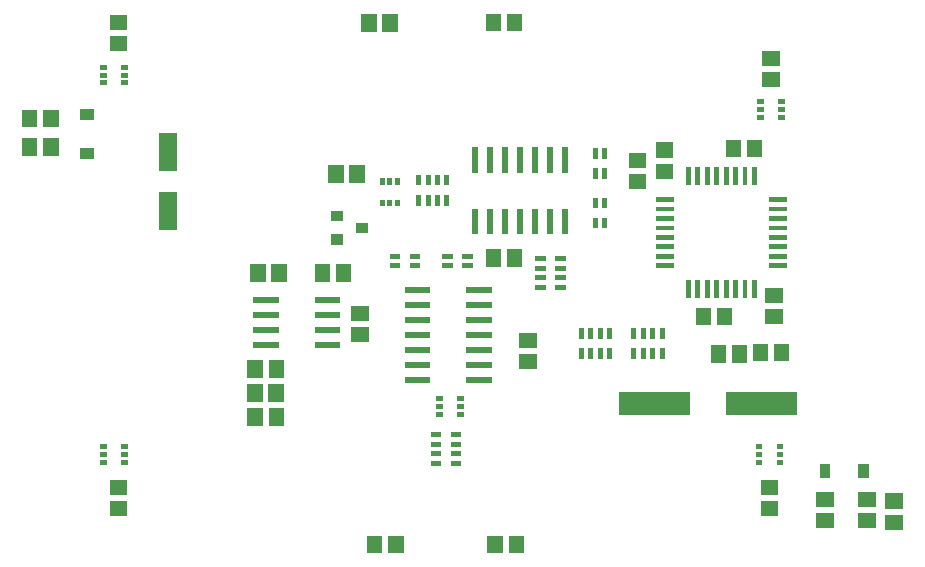
<source format=gbr>
G04 start of page 10 for group -4015 idx -4015 *
G04 Title: (unknown), toppaste *
G04 Creator: pcb 20140316 *
G04 CreationDate: Mon 20 Apr 2015 08:27:33 PM GMT UTC *
G04 For: ndholmes *
G04 Format: Gerber/RS-274X *
G04 PCB-Dimensions (mil): 3500.00 1900.00 *
G04 PCB-Coordinate-Origin: lower left *
%MOIN*%
%FSLAX25Y25*%
%LNTOPPASTE*%
%ADD114R,0.0787X0.0787*%
%ADD113R,0.0157X0.0157*%
%ADD112R,0.0360X0.0360*%
%ADD111R,0.0167X0.0167*%
%ADD110R,0.0200X0.0200*%
%ADD109R,0.0165X0.0165*%
%ADD108R,0.0340X0.0340*%
%ADD107R,0.0630X0.0630*%
%ADD106R,0.0512X0.0512*%
G54D106*X122607Y77957D02*X123393D01*
X122607Y85043D02*X123393D01*
X117500Y98893D02*Y98107D01*
X110414Y98893D02*Y98107D01*
G54D107*X59000Y141992D02*Y135693D01*
Y122307D02*Y116008D01*
G54D106*X96043Y98893D02*Y98107D01*
X88957Y98893D02*Y98107D01*
G54D108*X115200Y117500D02*X115800D01*
X115200Y109700D02*X115800D01*
X123400Y113600D02*X124000D01*
G54D106*X178607Y76086D02*X179393D01*
X178607Y69000D02*X179393D01*
X127914Y8393D02*Y7607D01*
X135000Y8393D02*Y7607D01*
X175086Y8393D02*Y7607D01*
X168000Y8393D02*Y7607D01*
X133043Y182350D02*Y181564D01*
X125957Y182350D02*Y181564D01*
G54D109*X44287Y161940D02*X44740D01*
X44287Y164500D02*X44740D01*
X44287Y167060D02*X44740D01*
X37260D02*X37713D01*
X37260Y164500D02*X37713D01*
X37260Y161940D02*X37713D01*
G54D110*X161500Y119000D02*Y112500D01*
X166500Y119000D02*Y112500D01*
X171500Y119000D02*Y112500D01*
X176500Y119000D02*Y112500D01*
X181500Y119000D02*Y112500D01*
X186500Y119000D02*Y112500D01*
X191500Y119000D02*Y112500D01*
Y139500D02*Y133000D01*
X186500Y139500D02*Y133000D01*
X181500Y139500D02*Y133000D01*
X176500Y139500D02*Y133000D01*
X171500Y139500D02*Y133000D01*
X166500Y139500D02*Y133000D01*
X161500Y139500D02*Y133000D01*
G54D111*X142552Y123739D02*Y121869D01*
X145701Y123739D02*Y121869D01*
X148851Y123739D02*Y121869D01*
X152000Y123739D02*Y121869D01*
Y130435D02*Y128565D01*
X148851Y130435D02*Y128565D01*
X145701Y130435D02*Y128565D01*
X142552Y130435D02*Y128565D01*
G54D109*X255733Y40560D02*X256186D01*
X255733Y38000D02*X256186D01*
X255733Y35440D02*X256186D01*
X262760D02*X263213D01*
X262760Y38000D02*X263213D01*
X262760Y40560D02*X263213D01*
G54D106*X259107Y19957D02*X259893D01*
X259107Y27043D02*X259893D01*
G54D111*X182217Y103224D02*X184087D01*
X182217Y100075D02*X184087D01*
X182217Y96925D02*X184087D01*
X182217Y93776D02*X184087D01*
X188913D02*X190783D01*
X188913Y96925D02*X190783D01*
X188913Y100075D02*X190783D01*
X188913Y103224D02*X190783D01*
G54D112*X31400Y138500D02*X32600D01*
X31400Y151400D02*X32600D01*
G54D106*X95086Y66893D02*Y66107D01*
X88000Y66893D02*Y66107D01*
X215107Y136043D02*X215893D01*
X215107Y128957D02*X215893D01*
X12914Y140893D02*Y140107D01*
X20000Y140893D02*Y140107D01*
X12914Y150393D02*Y149607D01*
X20000Y150393D02*Y149607D01*
X260607Y91043D02*X261393D01*
X260607Y83957D02*X261393D01*
X237457Y84393D02*Y83607D01*
X244543Y84393D02*Y83607D01*
X42150Y182043D02*X42936D01*
X42150Y174957D02*X42936D01*
G54D109*X44287Y35440D02*X44740D01*
X44287Y38000D02*X44740D01*
X44287Y40560D02*X44740D01*
X37260D02*X37713D01*
X37260Y38000D02*X37713D01*
X37260Y35440D02*X37713D01*
G54D106*X42107Y19957D02*X42893D01*
X42107Y27043D02*X42893D01*
X167457Y182393D02*Y181607D01*
X174543Y182393D02*Y181607D01*
X259607Y170086D02*X260393D01*
X259607Y163000D02*X260393D01*
X88000Y50893D02*Y50107D01*
X95086Y50893D02*Y50107D01*
X87957Y58893D02*Y58107D01*
X95043Y58893D02*Y58107D01*
G54D110*X159500Y63000D02*X166000D01*
X159500Y68000D02*X166000D01*
X159500Y73000D02*X166000D01*
X159500Y78000D02*X166000D01*
X159500Y83000D02*X166000D01*
X159500Y88000D02*X166000D01*
X159500Y93000D02*X166000D01*
X139000D02*X145500D01*
X139000Y88000D02*X145500D01*
X139000Y83000D02*X145500D01*
X139000Y78000D02*X145500D01*
X139000Y73000D02*X145500D01*
X139000Y68000D02*X145500D01*
X139000Y63000D02*X145500D01*
G54D111*X147413Y44574D02*X149283D01*
X147413Y41425D02*X149283D01*
X147413Y38275D02*X149283D01*
X147413Y35126D02*X149283D01*
X154109D02*X155979D01*
X154109Y38275D02*X155979D01*
X154109Y41425D02*X155979D01*
X154109Y44574D02*X155979D01*
G54D109*X149260Y56560D02*X149713D01*
X149260Y54000D02*X149713D01*
X149260Y51440D02*X149713D01*
X156287D02*X156740D01*
X156287Y54000D02*X156740D01*
X156287Y56560D02*X156740D01*
G54D106*X122043Y131893D02*Y131107D01*
X114957Y131893D02*Y131107D01*
G54D111*X204575Y122783D02*Y120913D01*
X201425Y122783D02*Y120913D01*
Y116087D02*Y114217D01*
X204575Y116087D02*Y114217D01*
Y139283D02*Y137413D01*
X201425Y139283D02*Y137413D01*
Y132587D02*Y130717D01*
X204575Y132587D02*Y130717D01*
G54D106*X256457Y72393D02*Y71607D01*
X263543Y72393D02*Y71607D01*
X249586Y71893D02*Y71107D01*
X242500Y71893D02*Y71107D01*
X300607Y15457D02*X301393D01*
X300607Y22543D02*X301393D01*
X291607Y15957D02*X292393D01*
X291607Y23043D02*X292393D01*
G54D109*X135560Y129240D02*Y128787D01*
X133000Y129240D02*Y128787D01*
X130440Y129240D02*Y128787D01*
Y122213D02*Y121760D01*
X133000Y122213D02*Y121760D01*
X135560Y122213D02*Y121760D01*
X256260Y155560D02*X256713D01*
X256260Y153000D02*X256713D01*
X256260Y150440D02*X256713D01*
X263287D02*X263740D01*
X263287Y153000D02*X263740D01*
X263287Y155560D02*X263740D01*
G54D111*X214276Y72587D02*Y70717D01*
X217425Y72587D02*Y70717D01*
X220575Y72587D02*Y70717D01*
X223724Y72587D02*Y70717D01*
Y79283D02*Y77413D01*
X220575Y79283D02*Y77413D01*
X217425Y79283D02*Y77413D01*
X214276Y79283D02*Y77413D01*
X196776Y72587D02*Y70717D01*
X199925Y72587D02*Y70717D01*
X203075Y72587D02*Y70717D01*
X206224Y72587D02*Y70717D01*
Y79283D02*Y77413D01*
X203075Y79283D02*Y77413D01*
X199925Y79283D02*Y77413D01*
X196776Y79283D02*Y77413D01*
G54D110*X109000Y74500D02*X115500D01*
X109000Y79500D02*X115500D01*
X109000Y84500D02*X115500D01*
X109000Y89500D02*X115500D01*
X88500D02*X95000D01*
X88500Y84500D02*X95000D01*
X88500Y79500D02*X95000D01*
X88500Y74500D02*X95000D01*
G54D113*X232477Y95434D02*Y91008D01*
X235626Y95434D02*Y91008D01*
X238776Y95434D02*Y91008D01*
X241925Y95434D02*Y91008D01*
X245075Y95434D02*Y91008D01*
X248225Y95434D02*Y91008D01*
X251374Y95434D02*Y91008D01*
X254524Y95434D02*Y91008D01*
X260066Y100977D02*X264492D01*
X260066Y104126D02*X264492D01*
X260066Y107276D02*X264492D01*
X260066Y110425D02*X264492D01*
X260066Y113575D02*X264492D01*
X260066Y116725D02*X264492D01*
X260066Y119874D02*X264492D01*
X260066Y123024D02*X264492D01*
X254523Y132992D02*Y128566D01*
X251374Y132992D02*Y128566D01*
X248224Y132992D02*Y128566D01*
X245075Y132992D02*Y128566D01*
X241925Y132992D02*Y128566D01*
X238775Y132992D02*Y128566D01*
X235626Y132992D02*Y128566D01*
X232476Y132992D02*Y128566D01*
X222508Y123023D02*X226934D01*
X222508Y119874D02*X226934D01*
X222508Y116724D02*X226934D01*
X222508Y113575D02*X226934D01*
X222508Y110425D02*X226934D01*
X222508Y107275D02*X226934D01*
X222508Y104126D02*X226934D01*
X222508Y100976D02*X226934D01*
G54D106*X247457Y140393D02*Y139607D01*
X254543Y140393D02*Y139607D01*
X224107Y132457D02*X224893D01*
X224107Y139543D02*X224893D01*
G54D111*X133717Y104075D02*X135587D01*
X133717Y100925D02*X135587D01*
X140413D02*X142283D01*
X140413Y104075D02*X142283D01*
X151217D02*X153087D01*
X151217Y100925D02*X153087D01*
X157913D02*X159783D01*
X157913Y104075D02*X159783D01*
G54D106*X174543Y103893D02*Y103107D01*
X167457Y103893D02*Y103107D01*
G54D114*X213409Y55000D02*X229157D01*
X248843D02*X264591D01*
G54D112*X278000Y33100D02*Y31900D01*
X290900Y33100D02*Y31900D01*
G54D106*X277607Y23043D02*X278393D01*
X277607Y15957D02*X278393D01*
M02*

</source>
